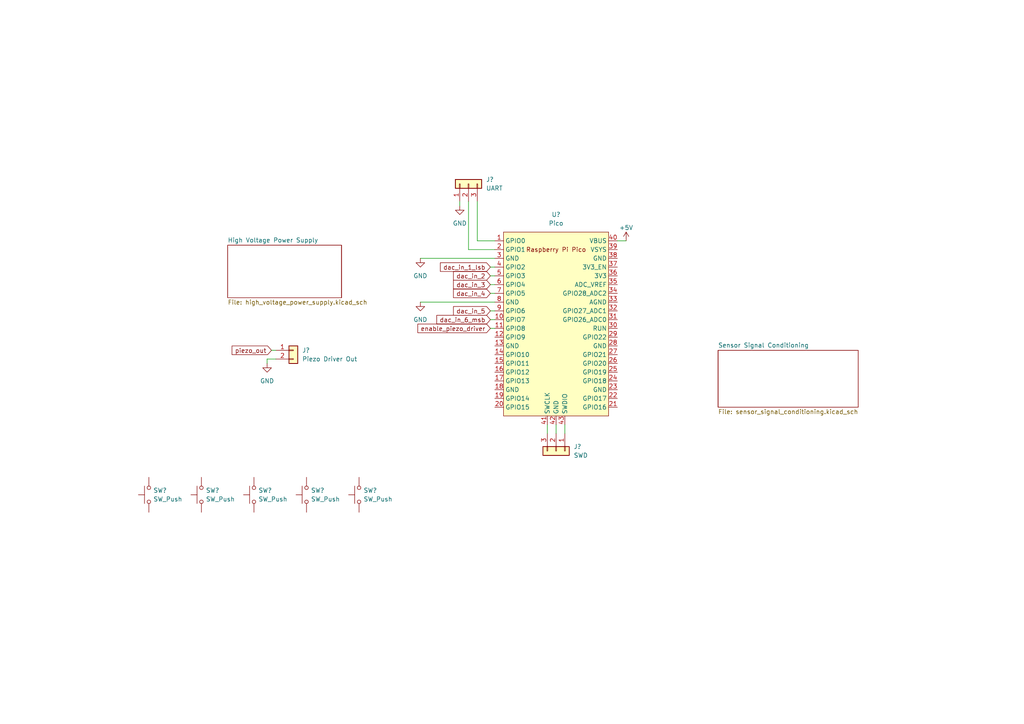
<source format=kicad_sch>
(kicad_sch (version 20211123) (generator eeschema)
  (paper "A4")
  (title_block (title "Soundseeker") (date "2022-09-11") (rev "0.1"))
  (lib_symbols
    (symbol "Connector_Generic:Conn_01x02" (pin_names (offset 1.016) hide)
      (property "Reference" "J" (at 0 2.54 0))
      (property "Value" "Conn_01x02" (at 0 -5.08 0))
      (symbol "Conn_01x02_1_1"
        (rectangle (start -1.27 -2.413) (end 0 -2.667) (stroke (width 0.1524)))
        (rectangle (start -1.27 0.127) (end 0 -0.127) (stroke (width 0.1524)))
        (rectangle (start -1.27 1.27) (end 1.27 -3.81) (stroke (width 0.254)) (fill (type background)))
        (pin passive line (at -5.08 0 0) (length 3.81) (name "Pin_1") (number "1"))
        (pin passive line (at -5.08 -2.54 0) (length 3.81) (name "Pin_2") (number "2"))
      )
    )
    (symbol "Connector_Generic:Conn_01x03" (pin_names (offset 1.016) hide)
      (property "Reference" "J" (at 0 5.08 0))
      (property "Value" "Conn_01x03" (at 0 -5.08 0))
      (symbol "Conn_01x03_1_1"
        (rectangle (start -1.27 -2.413) (end 0 -2.667) (stroke (width 0.1524)))
        (rectangle (start -1.27 0.127) (end 0 -0.127) (stroke (width 0.1524)))
        (rectangle (start -1.27 2.667) (end 0 2.413) (stroke (width 0.1524)))
        (rectangle (start -1.27 3.81) (end 1.27 -3.81) (stroke (width 0.254)) (fill (type background)))
        (pin passive line (at -5.08 2.54 0) (length 3.81) (name "Pin_1") (number "1"))
        (pin passive line (at -5.08 0 0) (length 3.81) (name "Pin_2") (number "2"))
        (pin passive line (at -5.08 -2.54 0) (length 3.81) (name "Pin_3") (number "3"))
      )
    )
    (symbol "MCU_RaspberryPi_and_Boards:Pico"
      (property "Reference" "U" (at -13.97 27.94 0))
      (property "Value" "Pico" (at 0 19.05 0))
      (symbol "Pico_0_0"
        (text "Raspberry Pi Pico" (at 0 21.59 0) (effects (font (size 1.27 1.27))))
      )
      (symbol "Pico_0_1"
        (rectangle (start -15.24 26.67) (end 15.24 -26.67) (fill (type background)))
      )
      (symbol "Pico_1_1"
        (pin bidirectional line (at -17.78 24.13 0) (length 2.54) (name "GPIO0") (number "1"))
        (pin bidirectional line (at -17.78 1.27 0) (length 2.54) (name "GPIO7") (number "10"))
        (pin bidirectional line (at -17.78 -1.27 0) (length 2.54) (name "GPIO8") (number "11"))
        (pin bidirectional line (at -17.78 -3.81 0) (length 2.54) (name "GPIO9") (number "12"))
        (pin power_in line (at -17.78 -6.35 0) (length 2.54) (name "GND") (number "13"))
        (pin bidirectional line (at -17.78 -8.89 0) (length 2.54) (name "GPIO10") (number "14"))
        (pin bidirectional line (at -17.78 -11.43 0) (length 2.54) (name "GPIO11") (number "15"))
        (pin bidirectional line (at -17.78 -13.97 0) (length 2.54) (name "GPIO12") (number "16"))
        (pin bidirectional line (at -17.78 -16.51 0) (length 2.54) (name "GPIO13") (number "17"))
        (pin power_in line (at -17.78 -19.05 0) (length 2.54) (name "GND") (number "18"))
        (pin bidirectional line (at -17.78 -21.59 0) (length 2.54) (name "GPIO14") (number "19"))
        (pin bidirectional line (at -17.78 21.59 0) (length 2.54) (name "GPIO1") (number "2"))
        (pin bidirectional line (at -17.78 -24.13 0) (length 2.54) (name "GPIO15") (number "20"))
        (pin bidirectional line (at 17.78 -24.13 180) (length 2.54) (name "GPIO16") (number "21"))
        (pin bidirectional line (at 17.78 -21.59 180) (length 2.54) (name "GPIO17") (number "22"))
        (pin power_in line (at 17.78 -19.05 180) (length 2.54) (name "GND") (number "23"))
        (pin bidirectional line (at 17.78 -16.51 180) (length 2.54) (name "GPIO18") (number "24"))
        (pin bidirectional line (at 17.78 -13.97 180) (length 2.54) (name "GPIO19") (number "25"))
        (pin bidirectional line (at 17.78 -11.43 180) (length 2.54) (name "GPIO20") (number "26"))
        (pin bidirectional line (at 17.78 -8.89 180) (length 2.54) (name "GPIO21") (number "27"))
        (pin power_in line (at 17.78 -6.35 180) (length 2.54) (name "GND") (number "28"))
        (pin bidirectional line (at 17.78 -3.81 180) (length 2.54) (name "GPIO22") (number "29"))
        (pin power_in line (at -17.78 19.05 0) (length 2.54) (name "GND") (number "3"))
        (pin input line (at 17.78 -1.27 180) (length 2.54) (name "RUN") (number "30"))
        (pin bidirectional line (at 17.78 1.27 180) (length 2.54) (name "GPIO26_ADC0") (number "31"))
        (pin bidirectional line (at 17.78 3.81 180) (length 2.54) (name "GPIO27_ADC1") (number "32"))
        (pin power_in line (at 17.78 6.35 180) (length 2.54) (name "AGND") (number "33"))
        (pin bidirectional line (at 17.78 8.89 180) (length 2.54) (name "GPIO28_ADC2") (number "34"))
        (pin power_in line (at 17.78 11.43 180) (length 2.54) (name "ADC_VREF") (number "35"))
        (pin power_in line (at 17.78 13.97 180) (length 2.54) (name "3V3") (number "36"))
        (pin input line (at 17.78 16.51 180) (length 2.54) (name "3V3_EN") (number "37"))
        (pin bidirectional line (at 17.78 19.05 180) (length 2.54) (name "GND") (number "38"))
        (pin power_in line (at 17.78 21.59 180) (length 2.54) (name "VSYS") (number "39"))
        (pin bidirectional line (at -17.78 16.51 0) (length 2.54) (name "GPIO2") (number "4"))
        (pin power_in line (at 17.78 24.13 180) (length 2.54) (name "VBUS") (number "40"))
        (pin input line (at -2.54 -29.21 90) (length 2.54) (name "SWCLK") (number "41"))
        (pin power_in line (at 0 -29.21 90) (length 2.54) (name "GND") (number "42"))
        (pin bidirectional line (at 2.54 -29.21 90) (length 2.54) (name "SWDIO") (number "43"))
        (pin bidirectional line (at -17.78 13.97 0) (length 2.54) (name "GPIO3") (number "5"))
        (pin bidirectional line (at -17.78 11.43 0) (length 2.54) (name "GPIO4") (number "6"))
        (pin bidirectional line (at -17.78 8.89 0) (length 2.54) (name "GPIO5") (number "7"))
        (pin power_in line (at -17.78 6.35 0) (length 2.54) (name "GND") (number "8"))
        (pin bidirectional line (at -17.78 3.81 0) (length 2.54) (name "GPIO6") (number "9"))
      )
    )
    (symbol "Switch:SW_Push" (pin_numbers hide) (pin_names (offset 1.016) hide)
      (property "Reference" "SW" (at 1.27 2.54 0))
      (property "Value" "SW_Push" (at 0 -1.524 0))
      (symbol "SW_Push_0_1"
        (circle (center -2.032 0) (radius 0.508))
        (polyline (pts (xy 0 1.27) (xy 0 3.048)))
        (polyline (pts (xy 2.54 1.27) (xy -2.54 1.27)))
        (circle (center 2.032 0) (radius 0.508))
        (pin passive line (at -5.08 0 0) (length 2.54) (name "1") (number "1"))
        (pin passive line (at 5.08 0 180) (length 2.54) (name "2") (number "2"))
      )
    )
    (symbol "power:+5V" (power) (pin_names (offset 0))
      (property "Value" "+5V" (at 0 3.556 0))
      (symbol "+5V_0_1"
        (polyline (pts (xy -0.762 1.27) (xy 0 2.54)))
        (polyline (pts (xy 0 0) (xy 0 2.54)))
        (polyline (pts (xy 0 2.54) (xy 0.762 1.27)))
      )
      (symbol "+5V_1_1"
        (pin power_in line (at 0 0 90) (length 0) hide (name "+5V") (number "1"))
      )
    )
    (symbol "power:GND" (power) (pin_names (offset 0))
      (property "Value" "GND" (at 0 -3.81 0))
      (symbol "GND_0_1"
        (polyline (pts (xy 0 0) (xy 0 -1.27) (xy 1.27 -1.27) (xy 0 -2.54) (xy -1.27 -1.27) (xy 0 -1.27)))
      )
      (symbol "GND_1_1"
        (pin power_in line (at 0 0 270) (length 0) hide (name "GND") (number "1"))
      )
    )
  )
  (wire (pts (xy 121.92 87.63) (xy 143.51 87.63)))
  (wire (pts (xy 142.24 95.25) (xy 143.51 95.25)))
  (wire (pts (xy 138.43 58.42) (xy 138.43 69.85)))
  (wire (pts (xy 77.47 104.14) (xy 80.01 104.14)))
  (wire (pts (xy 135.89 72.39) (xy 143.51 72.39)))
  (wire (pts (xy 142.24 85.09) (xy 143.51 85.09)))
  (wire (pts (xy 133.35 58.42) (xy 133.35 59.69)))
  (wire (pts (xy 142.24 77.47) (xy 143.51 77.47)))
  (wire (pts (xy 138.43 69.85) (xy 143.51 69.85)))
  (wire (pts (xy 163.83 123.19) (xy 163.83 125.73)))
  (wire (pts (xy 142.24 80.01) (xy 143.51 80.01)))
  (wire (pts (xy 77.47 105.41) (xy 77.47 104.14)))
  (wire (pts (xy 158.75 123.19) (xy 158.75 125.73)))
  (wire (pts (xy 135.89 58.42) (xy 135.89 72.39)))
  (wire (pts (xy 78.74 101.6) (xy 80.01 101.6)))
  (wire (pts (xy 142.24 90.17) (xy 143.51 90.17)))
  (wire (pts (xy 142.24 82.55) (xy 143.51 82.55)))
  (wire (pts (xy 161.29 123.19) (xy 161.29 125.73)))
  (wire (pts (xy 142.24 92.71) (xy 143.51 92.71)))
  (wire (pts (xy 179.07 69.85) (xy 181.61 69.85)))
  (wire (pts (xy 121.92 74.93) (xy 143.51 74.93)))
  (global_label "dac_in_2" (shape input) (at 142.24 80.01 180) (property "Intersheet References" "${INTERSHEET_REFS}" (effects hide)))
  (global_label "dac_in_1_lsb" (shape input) (at 142.24 77.47 180) (property "Intersheet References" "${INTERSHEET_REFS}" (effects hide)))
  (global_label "dac_in_5" (shape input) (at 142.24 90.17 180) (property "Intersheet References" "${INTERSHEET_REFS}" (effects hide)))
  (global_label "dac_in_3" (shape input) (at 142.24 82.55 180) (property "Intersheet References" "${INTERSHEET_REFS}" (effects hide)))
  (global_label "piezo_out" (shape input) (at 78.74 101.6 180) (property "Intersheet References" "${INTERSHEET_REFS}" (effects hide)))
  (global_label "enable_piezo_driver" (shape input) (at 142.24 95.25 180) (property "Intersheet References" "${INTERSHEET_REFS}" (effects hide)))
  (global_label "dac_in_4" (shape input) (at 142.24 85.09 180) (property "Intersheet References" "${INTERSHEET_REFS}" (effects hide)))
  (global_label "dac_in_6_msb" (shape input) (at 142.24 92.71 180) (property "Intersheet References" "${INTERSHEET_REFS}" (effects hide)))
  (symbol (lib_id "Connector_Generic:Conn_01x03") (at 161.29 130.81 270) (unit 1)
    (property "Reference" "J?" (at 166.37 129.5399 90) (effects (justify left)))
    (property "Value" "SWD" (at 166.37 132.0799 90) (effects (justify left)))
  )
  (symbol (lib_id "Connector_Generic:Conn_01x02") (at 85.09 101.6 0) (unit 1)
    (property "Reference" "J?" (at 87.63 101.5999 0) (effects (justify left)))
    (property "Value" "Piezo Driver Out" (at 87.63 104.1399 0) (effects (justify left)))
  )
  (symbol (lib_id "power:GND") (at 121.92 74.93 0) (unit 1)
    (property "Reference" "#PWR?" (effects hide))
    (property "Value" "GND" (at 121.92 80.01 0))
  )
  (symbol (lib_id "Switch:SW_Push") (at 58.42 143.51 90) (unit 1)
    (property "Reference" "SW?" (at 59.69 142.2399 90) (effects (justify right)))
    (property "Value" "SW_Push" (at 59.69 144.7799 90) (effects (justify right)))
  )
  (symbol (lib_id "Switch:SW_Push") (at 88.9 143.51 90) (unit 1)
    (property "Reference" "SW?" (at 90.17 142.2399 90) (effects (justify right)))
    (property "Value" "SW_Push" (at 90.17 144.7799 90) (effects (justify right)))
  )
  (symbol (lib_id "power:+5V") (at 181.61 69.85 0) (unit 1)
    (property "Reference" "#PWR?" (effects hide))
    (property "Value" "+5V" (at 181.61 66.04 0))
  )
  (symbol (lib_id "Connector_Generic:Conn_01x03") (at 135.89 53.34 90) (unit 1)
    (property "Reference" "J?" (at 140.97 52.0699 90) (effects (justify right)))
    (property "Value" "UART" (at 140.97 54.6099 90) (effects (justify right)))
  )
  (symbol (lib_id "Switch:SW_Push") (at 73.66 143.51 90) (unit 1)
    (property "Reference" "SW?" (at 74.93 142.2399 90) (effects (justify right)))
    (property "Value" "SW_Push" (at 74.93 144.78 90) (effects (justify right)))
  )
  (symbol (lib_id "power:GND") (at 133.35 59.69 0) (unit 1)
    (property "Reference" "#PWR?" (effects hide))
    (property "Value" "GND" (at 133.35 64.77 0))
  )
  (symbol (lib_id "power:GND") (at 121.92 87.63 0) (unit 1)
    (property "Reference" "#PWR?" (effects hide))
    (property "Value" "GND" (at 121.92 92.71 0))
  )
  (symbol (lib_id "MCU_RaspberryPi_and_Boards:Pico") (at 161.29 93.98 0) (unit 1)
    (property "Reference" "U?" (at 161.29 62.23 0))
    (property "Value" "Pico" (at 161.29 64.77 0))
    (property "Footprint" "RPi_Pico:RPi_Pico_SMD_TH" (effects hide))
  )
  (symbol (lib_id "Switch:SW_Push") (at 104.14 143.51 90) (unit 1)
    (property "Reference" "SW?" (at 105.41 142.2399 90) (effects (justify right)))
    (property "Value" "SW_Push" (at 105.41 144.7799 90) (effects (justify right)))
  )
  (symbol (lib_id "Switch:SW_Push") (at 43.18 143.51 90) (unit 1)
    (property "Reference" "SW?" (at 44.45 142.2399 90) (effects (justify right)))
    (property "Value" "SW_Push" (at 44.45 144.7799 90) (effects (justify right)))
  )
  (symbol (lib_id "power:GND") (at 77.47 105.41 0) (unit 1)
    (property "Reference" "#PWR?" (effects hide))
    (property "Value" "GND" (at 77.47 110.49 0))
  )
  (sheet (at 208.28 101.6) (size 40.64 16.51) (stroke (width 0.1524))
    (property "Sheet name" "Sensor Signal Conditioning" (at 208.28 100.8884 0) (effects (justify left bottom)))
    (property "Sheet file" "sensor_signal_conditioning.kicad_sch" (at 208.28 118.6946 0) (effects (justify left top)))
  )
  (sheet (at 66.04 71.12) (size 33.02 15.24) (stroke (width 0.1524))
    (property "Sheet name" "High Voltage Power Supply" (at 66.04 70.4084 0) (effects (justify left bottom)))
    (property "Sheet file" "high_voltage_power_supply.kicad_sch" (at 66.04 86.9446 0) (effects (justify left top)))
  )
)
</source>
